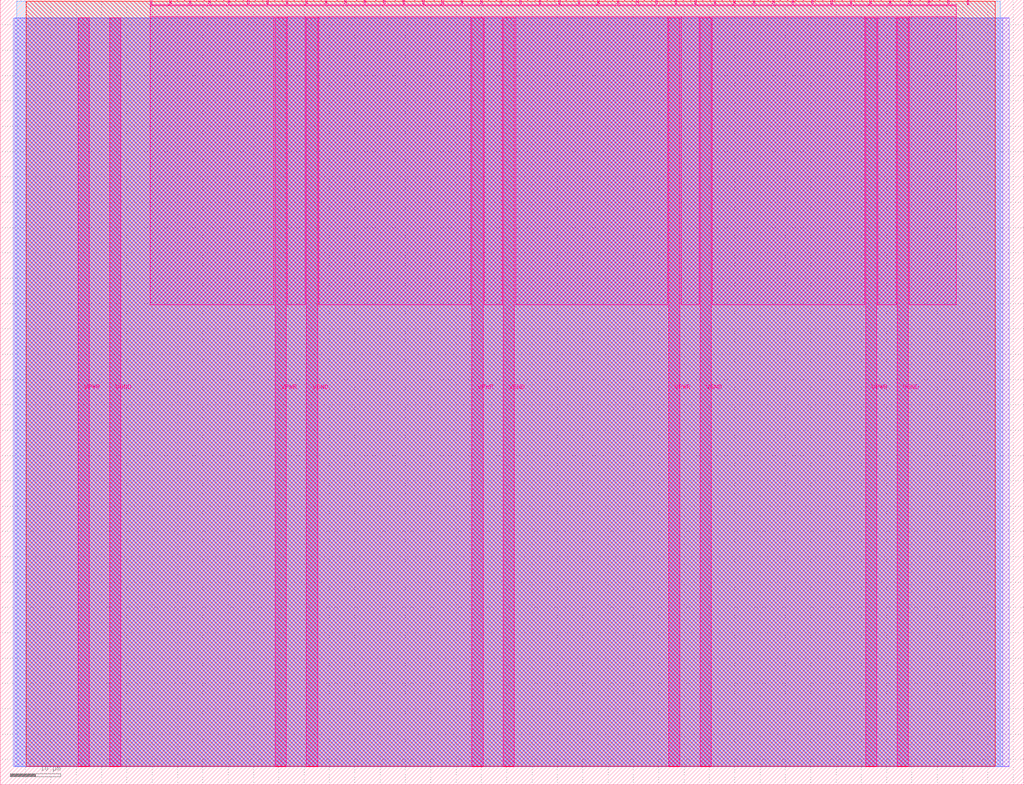
<source format=lef>
VERSION 5.7 ;
  NOWIREEXTENSIONATPIN ON ;
  DIVIDERCHAR "/" ;
  BUSBITCHARS "[]" ;
MACRO tt_um_rkarl_Spiral
  CLASS BLOCK ;
  FOREIGN tt_um_rkarl_Spiral ;
  ORIGIN 0.000 0.000 ;
  SIZE 202.080 BY 154.980 ;
  PIN VGND
    DIRECTION INOUT ;
    USE GROUND ;
    PORT
      LAYER Metal5 ;
        RECT 21.580 3.560 23.780 151.420 ;
    END
    PORT
      LAYER Metal5 ;
        RECT 60.450 3.560 62.650 151.420 ;
    END
    PORT
      LAYER Metal5 ;
        RECT 99.320 3.560 101.520 151.420 ;
    END
    PORT
      LAYER Metal5 ;
        RECT 138.190 3.560 140.390 151.420 ;
    END
    PORT
      LAYER Metal5 ;
        RECT 177.060 3.560 179.260 151.420 ;
    END
  END VGND
  PIN VPWR
    DIRECTION INOUT ;
    USE POWER ;
    PORT
      LAYER Metal5 ;
        RECT 15.380 3.560 17.580 151.420 ;
    END
    PORT
      LAYER Metal5 ;
        RECT 54.250 3.560 56.450 151.420 ;
    END
    PORT
      LAYER Metal5 ;
        RECT 93.120 3.560 95.320 151.420 ;
    END
    PORT
      LAYER Metal5 ;
        RECT 131.990 3.560 134.190 151.420 ;
    END
    PORT
      LAYER Metal5 ;
        RECT 170.860 3.560 173.060 151.420 ;
    END
  END VPWR
  PIN clk
    DIRECTION INPUT ;
    USE SIGNAL ;
    ANTENNAGATEAREA 0.213200 ;
    PORT
      LAYER Metal5 ;
        RECT 187.050 153.980 187.350 154.980 ;
    END
  END clk
  PIN ena
    DIRECTION INPUT ;
    USE SIGNAL ;
    PORT
      LAYER Metal5 ;
        RECT 190.890 153.980 191.190 154.980 ;
    END
  END ena
  PIN rst_n
    DIRECTION INPUT ;
    USE SIGNAL ;
    ANTENNAGATEAREA 0.314600 ;
    PORT
      LAYER Metal5 ;
        RECT 183.210 153.980 183.510 154.980 ;
    END
  END rst_n
  PIN ui_in[0]
    DIRECTION INPUT ;
    USE SIGNAL ;
    ANTENNAGATEAREA 0.180700 ;
    PORT
      LAYER Metal5 ;
        RECT 179.370 153.980 179.670 154.980 ;
    END
  END ui_in[0]
  PIN ui_in[1]
    DIRECTION INPUT ;
    USE SIGNAL ;
    ANTENNAGATEAREA 0.180700 ;
    PORT
      LAYER Metal5 ;
        RECT 175.530 153.980 175.830 154.980 ;
    END
  END ui_in[1]
  PIN ui_in[2]
    DIRECTION INPUT ;
    USE SIGNAL ;
    ANTENNAGATEAREA 0.180700 ;
    PORT
      LAYER Metal5 ;
        RECT 171.690 153.980 171.990 154.980 ;
    END
  END ui_in[2]
  PIN ui_in[3]
    DIRECTION INPUT ;
    USE SIGNAL ;
    ANTENNAGATEAREA 0.180700 ;
    PORT
      LAYER Metal5 ;
        RECT 167.850 153.980 168.150 154.980 ;
    END
  END ui_in[3]
  PIN ui_in[4]
    DIRECTION INPUT ;
    USE SIGNAL ;
    ANTENNAGATEAREA 0.180700 ;
    PORT
      LAYER Metal5 ;
        RECT 164.010 153.980 164.310 154.980 ;
    END
  END ui_in[4]
  PIN ui_in[5]
    DIRECTION INPUT ;
    USE SIGNAL ;
    ANTENNAGATEAREA 0.180700 ;
    PORT
      LAYER Metal5 ;
        RECT 160.170 153.980 160.470 154.980 ;
    END
  END ui_in[5]
  PIN ui_in[6]
    DIRECTION INPUT ;
    USE SIGNAL ;
    ANTENNAGATEAREA 0.180700 ;
    PORT
      LAYER Metal5 ;
        RECT 156.330 153.980 156.630 154.980 ;
    END
  END ui_in[6]
  PIN ui_in[7]
    DIRECTION INPUT ;
    USE SIGNAL ;
    ANTENNAGATEAREA 0.180700 ;
    PORT
      LAYER Metal5 ;
        RECT 152.490 153.980 152.790 154.980 ;
    END
  END ui_in[7]
  PIN uio_in[0]
    DIRECTION INPUT ;
    USE SIGNAL ;
    PORT
      LAYER Metal5 ;
        RECT 148.650 153.980 148.950 154.980 ;
    END
  END uio_in[0]
  PIN uio_in[1]
    DIRECTION INPUT ;
    USE SIGNAL ;
    PORT
      LAYER Metal5 ;
        RECT 144.810 153.980 145.110 154.980 ;
    END
  END uio_in[1]
  PIN uio_in[2]
    DIRECTION INPUT ;
    USE SIGNAL ;
    PORT
      LAYER Metal5 ;
        RECT 140.970 153.980 141.270 154.980 ;
    END
  END uio_in[2]
  PIN uio_in[3]
    DIRECTION INPUT ;
    USE SIGNAL ;
    PORT
      LAYER Metal5 ;
        RECT 137.130 153.980 137.430 154.980 ;
    END
  END uio_in[3]
  PIN uio_in[4]
    DIRECTION INPUT ;
    USE SIGNAL ;
    PORT
      LAYER Metal5 ;
        RECT 133.290 153.980 133.590 154.980 ;
    END
  END uio_in[4]
  PIN uio_in[5]
    DIRECTION INPUT ;
    USE SIGNAL ;
    PORT
      LAYER Metal5 ;
        RECT 129.450 153.980 129.750 154.980 ;
    END
  END uio_in[5]
  PIN uio_in[6]
    DIRECTION INPUT ;
    USE SIGNAL ;
    PORT
      LAYER Metal5 ;
        RECT 125.610 153.980 125.910 154.980 ;
    END
  END uio_in[6]
  PIN uio_in[7]
    DIRECTION INPUT ;
    USE SIGNAL ;
    PORT
      LAYER Metal5 ;
        RECT 121.770 153.980 122.070 154.980 ;
    END
  END uio_in[7]
  PIN uio_oe[0]
    DIRECTION OUTPUT ;
    USE SIGNAL ;
    ANTENNADIFFAREA 0.299200 ;
    PORT
      LAYER Metal5 ;
        RECT 56.490 153.980 56.790 154.980 ;
    END
  END uio_oe[0]
  PIN uio_oe[1]
    DIRECTION OUTPUT ;
    USE SIGNAL ;
    ANTENNADIFFAREA 0.299200 ;
    PORT
      LAYER Metal5 ;
        RECT 52.650 153.980 52.950 154.980 ;
    END
  END uio_oe[1]
  PIN uio_oe[2]
    DIRECTION OUTPUT ;
    USE SIGNAL ;
    ANTENNADIFFAREA 0.299200 ;
    PORT
      LAYER Metal5 ;
        RECT 48.810 153.980 49.110 154.980 ;
    END
  END uio_oe[2]
  PIN uio_oe[3]
    DIRECTION OUTPUT ;
    USE SIGNAL ;
    ANTENNADIFFAREA 0.299200 ;
    PORT
      LAYER Metal5 ;
        RECT 44.970 153.980 45.270 154.980 ;
    END
  END uio_oe[3]
  PIN uio_oe[4]
    DIRECTION OUTPUT ;
    USE SIGNAL ;
    ANTENNADIFFAREA 0.299200 ;
    PORT
      LAYER Metal5 ;
        RECT 41.130 153.980 41.430 154.980 ;
    END
  END uio_oe[4]
  PIN uio_oe[5]
    DIRECTION OUTPUT ;
    USE SIGNAL ;
    ANTENNADIFFAREA 0.299200 ;
    PORT
      LAYER Metal5 ;
        RECT 37.290 153.980 37.590 154.980 ;
    END
  END uio_oe[5]
  PIN uio_oe[6]
    DIRECTION OUTPUT ;
    USE SIGNAL ;
    ANTENNADIFFAREA 0.299200 ;
    PORT
      LAYER Metal5 ;
        RECT 33.450 153.980 33.750 154.980 ;
    END
  END uio_oe[6]
  PIN uio_oe[7]
    DIRECTION OUTPUT ;
    USE SIGNAL ;
    ANTENNADIFFAREA 0.299200 ;
    PORT
      LAYER Metal5 ;
        RECT 29.610 153.980 29.910 154.980 ;
    END
  END uio_oe[7]
  PIN uio_out[0]
    DIRECTION OUTPUT ;
    USE SIGNAL ;
    ANTENNADIFFAREA 0.299200 ;
    PORT
      LAYER Metal5 ;
        RECT 87.210 153.980 87.510 154.980 ;
    END
  END uio_out[0]
  PIN uio_out[1]
    DIRECTION OUTPUT ;
    USE SIGNAL ;
    ANTENNADIFFAREA 0.299200 ;
    PORT
      LAYER Metal5 ;
        RECT 83.370 153.980 83.670 154.980 ;
    END
  END uio_out[1]
  PIN uio_out[2]
    DIRECTION OUTPUT ;
    USE SIGNAL ;
    ANTENNADIFFAREA 0.299200 ;
    PORT
      LAYER Metal5 ;
        RECT 79.530 153.980 79.830 154.980 ;
    END
  END uio_out[2]
  PIN uio_out[3]
    DIRECTION OUTPUT ;
    USE SIGNAL ;
    ANTENNADIFFAREA 0.299200 ;
    PORT
      LAYER Metal5 ;
        RECT 75.690 153.980 75.990 154.980 ;
    END
  END uio_out[3]
  PIN uio_out[4]
    DIRECTION OUTPUT ;
    USE SIGNAL ;
    ANTENNADIFFAREA 0.299200 ;
    PORT
      LAYER Metal5 ;
        RECT 71.850 153.980 72.150 154.980 ;
    END
  END uio_out[4]
  PIN uio_out[5]
    DIRECTION OUTPUT ;
    USE SIGNAL ;
    ANTENNADIFFAREA 0.299200 ;
    PORT
      LAYER Metal5 ;
        RECT 68.010 153.980 68.310 154.980 ;
    END
  END uio_out[5]
  PIN uio_out[6]
    DIRECTION OUTPUT ;
    USE SIGNAL ;
    ANTENNADIFFAREA 0.299200 ;
    PORT
      LAYER Metal5 ;
        RECT 64.170 153.980 64.470 154.980 ;
    END
  END uio_out[6]
  PIN uio_out[7]
    DIRECTION OUTPUT ;
    USE SIGNAL ;
    ANTENNADIFFAREA 0.299200 ;
    PORT
      LAYER Metal5 ;
        RECT 60.330 153.980 60.630 154.980 ;
    END
  END uio_out[7]
  PIN uo_out[0]
    DIRECTION OUTPUT ;
    USE SIGNAL ;
    ANTENNADIFFAREA 0.654800 ;
    PORT
      LAYER Metal5 ;
        RECT 117.930 153.980 118.230 154.980 ;
    END
  END uo_out[0]
  PIN uo_out[1]
    DIRECTION OUTPUT ;
    USE SIGNAL ;
    ANTENNADIFFAREA 0.654800 ;
    PORT
      LAYER Metal5 ;
        RECT 114.090 153.980 114.390 154.980 ;
    END
  END uo_out[1]
  PIN uo_out[2]
    DIRECTION OUTPUT ;
    USE SIGNAL ;
    ANTENNADIFFAREA 0.654800 ;
    PORT
      LAYER Metal5 ;
        RECT 110.250 153.980 110.550 154.980 ;
    END
  END uo_out[2]
  PIN uo_out[3]
    DIRECTION OUTPUT ;
    USE SIGNAL ;
    ANTENNADIFFAREA 0.654800 ;
    PORT
      LAYER Metal5 ;
        RECT 106.410 153.980 106.710 154.980 ;
    END
  END uo_out[3]
  PIN uo_out[4]
    DIRECTION OUTPUT ;
    USE SIGNAL ;
    ANTENNAGATEAREA 0.180700 ;
    ANTENNADIFFAREA 0.972800 ;
    PORT
      LAYER Metal5 ;
        RECT 102.570 153.980 102.870 154.980 ;
    END
  END uo_out[4]
  PIN uo_out[5]
    DIRECTION OUTPUT ;
    USE SIGNAL ;
    ANTENNAGATEAREA 0.180700 ;
    ANTENNADIFFAREA 1.269200 ;
    PORT
      LAYER Metal5 ;
        RECT 98.730 153.980 99.030 154.980 ;
    END
  END uo_out[5]
  PIN uo_out[6]
    DIRECTION OUTPUT ;
    USE SIGNAL ;
    ANTENNAGATEAREA 0.180700 ;
    ANTENNADIFFAREA 1.269200 ;
    PORT
      LAYER Metal5 ;
        RECT 94.890 153.980 95.190 154.980 ;
    END
  END uo_out[6]
  PIN uo_out[7]
    DIRECTION OUTPUT ;
    USE SIGNAL ;
    ANTENNADIFFAREA 0.654800 ;
    PORT
      LAYER Metal5 ;
        RECT 91.050 153.980 91.350 154.980 ;
    END
  END uo_out[7]
  OBS
      LAYER GatPoly ;
        RECT 2.880 3.630 199.200 151.350 ;
      LAYER Metal1 ;
        RECT 2.880 3.560 199.200 151.420 ;
      LAYER Metal2 ;
        RECT 2.605 3.680 197.905 151.300 ;
      LAYER Metal3 ;
        RECT 3.260 3.635 197.380 154.705 ;
      LAYER Metal4 ;
        RECT 5.135 3.680 196.465 154.660 ;
      LAYER Metal5 ;
        RECT 30.120 153.770 33.240 153.980 ;
        RECT 33.960 153.770 37.080 153.980 ;
        RECT 37.800 153.770 40.920 153.980 ;
        RECT 41.640 153.770 44.760 153.980 ;
        RECT 45.480 153.770 48.600 153.980 ;
        RECT 49.320 153.770 52.440 153.980 ;
        RECT 53.160 153.770 56.280 153.980 ;
        RECT 57.000 153.770 60.120 153.980 ;
        RECT 60.840 153.770 63.960 153.980 ;
        RECT 64.680 153.770 67.800 153.980 ;
        RECT 68.520 153.770 71.640 153.980 ;
        RECT 72.360 153.770 75.480 153.980 ;
        RECT 76.200 153.770 79.320 153.980 ;
        RECT 80.040 153.770 83.160 153.980 ;
        RECT 83.880 153.770 87.000 153.980 ;
        RECT 87.720 153.770 90.840 153.980 ;
        RECT 91.560 153.770 94.680 153.980 ;
        RECT 95.400 153.770 98.520 153.980 ;
        RECT 99.240 153.770 102.360 153.980 ;
        RECT 103.080 153.770 106.200 153.980 ;
        RECT 106.920 153.770 110.040 153.980 ;
        RECT 110.760 153.770 113.880 153.980 ;
        RECT 114.600 153.770 117.720 153.980 ;
        RECT 118.440 153.770 121.560 153.980 ;
        RECT 122.280 153.770 125.400 153.980 ;
        RECT 126.120 153.770 129.240 153.980 ;
        RECT 129.960 153.770 133.080 153.980 ;
        RECT 133.800 153.770 136.920 153.980 ;
        RECT 137.640 153.770 140.760 153.980 ;
        RECT 141.480 153.770 144.600 153.980 ;
        RECT 145.320 153.770 148.440 153.980 ;
        RECT 149.160 153.770 152.280 153.980 ;
        RECT 153.000 153.770 156.120 153.980 ;
        RECT 156.840 153.770 159.960 153.980 ;
        RECT 160.680 153.770 163.800 153.980 ;
        RECT 164.520 153.770 167.640 153.980 ;
        RECT 168.360 153.770 171.480 153.980 ;
        RECT 172.200 153.770 175.320 153.980 ;
        RECT 176.040 153.770 179.160 153.980 ;
        RECT 179.880 153.770 183.000 153.980 ;
        RECT 183.720 153.770 186.840 153.980 ;
        RECT 187.560 153.770 188.740 153.980 ;
        RECT 29.660 151.630 188.740 153.770 ;
        RECT 29.660 94.775 54.040 151.630 ;
        RECT 56.660 94.775 60.240 151.630 ;
        RECT 62.860 94.775 92.910 151.630 ;
        RECT 95.530 94.775 99.110 151.630 ;
        RECT 101.730 94.775 131.780 151.630 ;
        RECT 134.400 94.775 137.980 151.630 ;
        RECT 140.600 94.775 170.650 151.630 ;
        RECT 173.270 94.775 176.850 151.630 ;
        RECT 179.470 94.775 188.740 151.630 ;
  END
END tt_um_rkarl_Spiral
END LIBRARY


</source>
